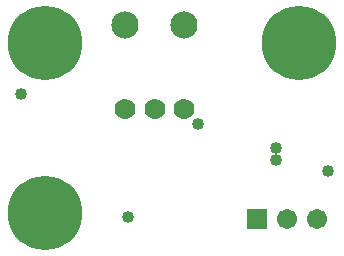
<source format=gbs>
G04*
G04 #@! TF.GenerationSoftware,Altium Limited,Altium Designer,19.1.5 (86)*
G04*
G04 Layer_Color=16711935*
%FSLAX25Y25*%
%MOIN*%
G70*
G01*
G75*
%ADD33R,0.06706X0.06706*%
%ADD34C,0.06706*%
%ADD35C,0.24816*%
%ADD36C,0.09068*%
%ADD37C,0.06942*%
%ADD38C,0.04000*%
D33*
X184185Y166500D02*
D03*
D34*
X194185D02*
D03*
X204185D02*
D03*
D35*
X113500Y168500D02*
D03*
X198000Y225000D02*
D03*
X113500D02*
D03*
D36*
X140157Y231150D02*
D03*
X159843D02*
D03*
D37*
X140157Y203000D02*
D03*
X150000D02*
D03*
X159843D02*
D03*
D38*
X190500Y186000D02*
D03*
X105500Y208000D02*
D03*
X141130Y167000D02*
D03*
X164271Y198000D02*
D03*
X190500Y190000D02*
D03*
X207650Y182500D02*
D03*
M02*

</source>
